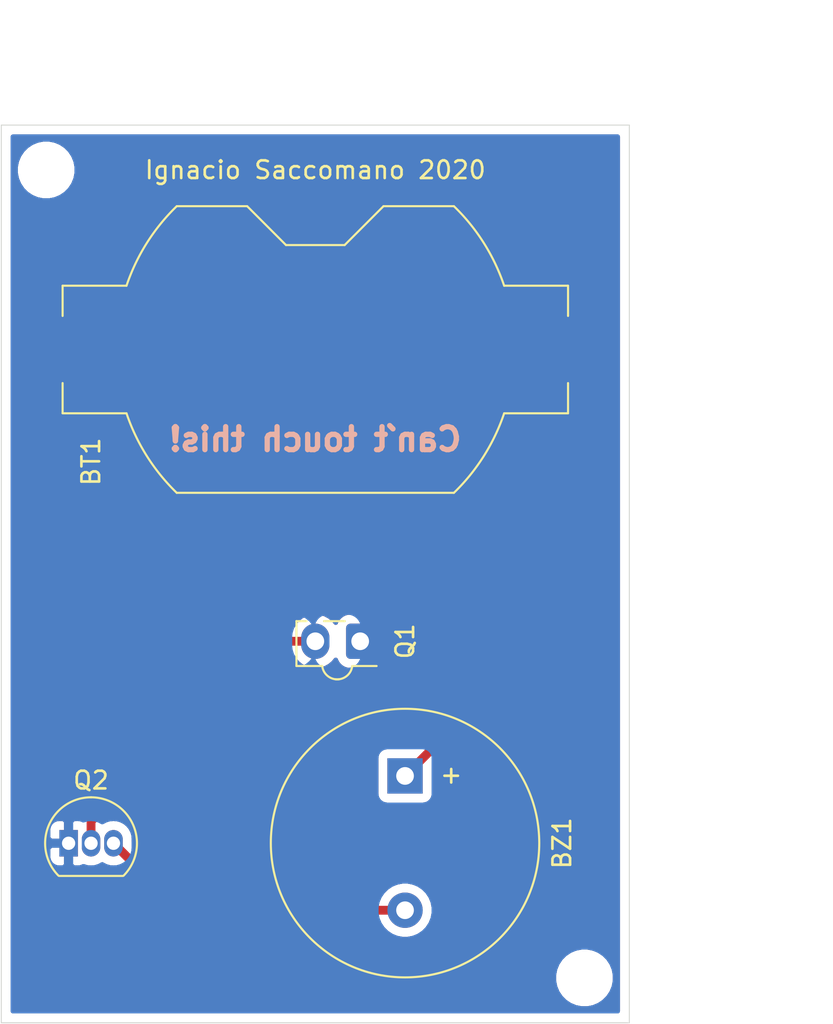
<source format=kicad_pcb>
(kicad_pcb (version 20171130) (host pcbnew "(5.1.7)-1")

  (general
    (thickness 1.6)
    (drawings 8)
    (tracks 15)
    (zones 0)
    (modules 6)
    (nets 5)
  )

  (page A4)
  (layers
    (0 F.Cu signal)
    (31 B.Cu signal hide)
    (32 B.Adhes user)
    (33 F.Adhes user)
    (34 B.Paste user)
    (35 F.Paste user)
    (36 B.SilkS user)
    (37 F.SilkS user)
    (38 B.Mask user)
    (39 F.Mask user)
    (40 Dwgs.User user)
    (41 Cmts.User user)
    (42 Eco1.User user)
    (43 Eco2.User user)
    (44 Edge.Cuts user)
    (45 Margin user)
    (46 B.CrtYd user)
    (47 F.CrtYd user)
    (48 B.Fab user)
    (49 F.Fab user)
  )

  (setup
    (last_trace_width 0.5)
    (trace_clearance 0.2)
    (zone_clearance 0.508)
    (zone_45_only no)
    (trace_min 0.2)
    (via_size 0.8)
    (via_drill 0.4)
    (via_min_size 0.4)
    (via_min_drill 0.3)
    (uvia_size 0.3)
    (uvia_drill 0.1)
    (uvias_allowed no)
    (uvia_min_size 0.2)
    (uvia_min_drill 0.1)
    (edge_width 0.05)
    (segment_width 0.2)
    (pcb_text_width 0.3)
    (pcb_text_size 1.5 1.5)
    (mod_edge_width 0.12)
    (mod_text_size 1 1)
    (mod_text_width 0.15)
    (pad_size 1.524 1.524)
    (pad_drill 0.762)
    (pad_to_mask_clearance 0)
    (aux_axis_origin 0 0)
    (visible_elements 7FFCFFFF)
    (pcbplotparams
      (layerselection 0x010fc_ffffffff)
      (usegerberextensions false)
      (usegerberattributes true)
      (usegerberadvancedattributes true)
      (creategerberjobfile true)
      (excludeedgelayer true)
      (linewidth 0.100000)
      (plotframeref false)
      (viasonmask false)
      (mode 1)
      (useauxorigin false)
      (hpglpennumber 1)
      (hpglpenspeed 20)
      (hpglpendiameter 15.000000)
      (psnegative false)
      (psa4output false)
      (plotreference true)
      (plotvalue true)
      (plotinvisibletext false)
      (padsonsilk false)
      (subtractmaskfromsilk false)
      (outputformat 1)
      (mirror false)
      (drillshape 1)
      (scaleselection 1)
      (outputdirectory ""))
  )

  (net 0 "")
  (net 1 "Net-(BZ1-Pad2)")
  (net 2 "Net-(Q1-Pad2)")
  (net 3 "Net-(BT1-Pad2)")
  (net 4 "Net-(BT1-Pad1)")

  (net_class Default "This is the default net class."
    (clearance 0.2)
    (trace_width 0.5)
    (via_dia 0.8)
    (via_drill 0.4)
    (uvia_dia 0.3)
    (uvia_drill 0.1)
    (add_net "Net-(BT1-Pad1)")
    (add_net "Net-(BT1-Pad2)")
    (add_net "Net-(BZ1-Pad2)")
    (add_net "Net-(Q1-Pad2)")
  )

  (net_class gnd ""
    (clearance 0.2)
    (trace_width 0.5)
    (via_dia 0.8)
    (via_drill 0.4)
    (uvia_dia 0.3)
    (uvia_drill 0.1)
  )

  (net_class pwr ""
    (clearance 0.2)
    (trace_width 0.5)
    (via_dia 0.8)
    (via_drill 0.4)
    (uvia_dia 0.3)
    (uvia_drill 0.1)
  )

  (module Package_TO_SOT_THT:TO-92_Inline (layer F.Cu) (tedit 5A1DD157) (tstamp 5FC495FD)
    (at 114.3 100.33)
    (descr "TO-92 leads in-line, narrow, oval pads, drill 0.75mm (see NXP sot054_po.pdf)")
    (tags "to-92 sc-43 sc-43a sot54 PA33 transistor")
    (path /5FC58B7C)
    (fp_text reference Q2 (at 1.27 -3.56) (layer F.SilkS)
      (effects (font (size 1 1) (thickness 0.15)))
    )
    (fp_text value PN2222A (at 1.27 2.79) (layer F.Fab)
      (effects (font (size 1 1) (thickness 0.15)))
    )
    (fp_line (start 4 2.01) (end -1.46 2.01) (layer F.CrtYd) (width 0.05))
    (fp_line (start 4 2.01) (end 4 -2.73) (layer F.CrtYd) (width 0.05))
    (fp_line (start -1.46 -2.73) (end -1.46 2.01) (layer F.CrtYd) (width 0.05))
    (fp_line (start -1.46 -2.73) (end 4 -2.73) (layer F.CrtYd) (width 0.05))
    (fp_line (start -0.5 1.75) (end 3 1.75) (layer F.Fab) (width 0.1))
    (fp_line (start -0.53 1.85) (end 3.07 1.85) (layer F.SilkS) (width 0.12))
    (fp_text user %R (at 1.27 0) (layer F.Fab)
      (effects (font (size 1 1) (thickness 0.15)))
    )
    (fp_arc (start 1.27 0) (end 1.27 -2.48) (angle 135) (layer F.Fab) (width 0.1))
    (fp_arc (start 1.27 0) (end 1.27 -2.6) (angle -135) (layer F.SilkS) (width 0.12))
    (fp_arc (start 1.27 0) (end 1.27 -2.48) (angle -135) (layer F.Fab) (width 0.1))
    (fp_arc (start 1.27 0) (end 1.27 -2.6) (angle 135) (layer F.SilkS) (width 0.12))
    (pad 2 thru_hole oval (at 1.27 0) (size 1.05 1.5) (drill 0.75) (layers *.Cu *.Mask)
      (net 2 "Net-(Q1-Pad2)"))
    (pad 3 thru_hole oval (at 2.54 0) (size 1.05 1.5) (drill 0.75) (layers *.Cu *.Mask)
      (net 1 "Net-(BZ1-Pad2)"))
    (pad 1 thru_hole rect (at 0 0) (size 1.05 1.5) (drill 0.75) (layers *.Cu *.Mask)
      (net 3 "Net-(BT1-Pad2)"))
    (model ${KISYS3DMOD}/Package_TO_SOT_THT.3dshapes/TO-92_Inline.wrl
      (at (xyz 0 0 0))
      (scale (xyz 1 1 1))
      (rotate (xyz 0 0 0))
    )
  )

  (module MountingHole:MountingHole_2.2mm_M2 (layer F.Cu) (tedit 56D1B4CB) (tstamp 5FC5518E)
    (at 143.51 107.95)
    (descr "Mounting Hole 2.2mm, no annular, M2")
    (tags "mounting hole 2.2mm no annular m2")
    (attr virtual)
    (fp_text reference REF** (at 0 -3.2) (layer F.SilkS) hide
      (effects (font (size 1 1) (thickness 0.15)))
    )
    (fp_text value MountingHole_2.2mm_M2 (at 0 3.2) (layer F.Fab)
      (effects (font (size 1 1) (thickness 0.15)))
    )
    (fp_circle (center 0 0) (end 2.45 0) (layer F.CrtYd) (width 0.05))
    (fp_circle (center 0 0) (end 2.2 0) (layer Cmts.User) (width 0.15))
    (fp_text user %R (at 0.3 0) (layer F.Fab)
      (effects (font (size 1 1) (thickness 0.15)))
    )
    (pad 1 np_thru_hole circle (at 0 0) (size 2.2 2.2) (drill 2.2) (layers *.Cu *.Mask))
  )

  (module MountingHole:MountingHole_2.2mm_M2 (layer F.Cu) (tedit 56D1B4CB) (tstamp 5FC54EA8)
    (at 113.03 62.23)
    (descr "Mounting Hole 2.2mm, no annular, M2")
    (tags "mounting hole 2.2mm no annular m2")
    (attr virtual)
    (fp_text reference REF** (at 0 -3.2) (layer F.SilkS) hide
      (effects (font (size 1 1) (thickness 0.15)))
    )
    (fp_text value MountingHole_2.2mm_M2 (at 0 3.2) (layer F.Fab)
      (effects (font (size 1 1) (thickness 0.15)))
    )
    (fp_circle (center 0 0) (end 2.2 0) (layer Cmts.User) (width 0.15))
    (fp_circle (center 0 0) (end 2.45 0) (layer F.CrtYd) (width 0.05))
    (fp_text user %R (at 0.3 0) (layer F.Fab)
      (effects (font (size 1 1) (thickness 0.15)))
    )
    (pad 1 np_thru_hole circle (at 0 0) (size 2.2 2.2) (drill 2.2) (layers *.Cu *.Mask))
  )

  (module Battery:BatteryHolder_Keystone_1058_1x2032 (layer F.Cu) (tedit 589EE147) (tstamp 5FC48C71)
    (at 128.27 72.39 180)
    (descr http://www.keyelco.com/product-pdf.cfm?p=14028)
    (tags "Keystone type 1058 coin cell retainer")
    (path /5FC4ED6D)
    (attr smd)
    (fp_text reference BT1 (at 12.7 -6.35 270) (layer F.SilkS)
      (effects (font (size 1 1) (thickness 0.15)))
    )
    (fp_text value Battery_Cell (at 0 -9.398) (layer F.Fab)
      (effects (font (size 1 1) (thickness 0.15)))
    )
    (fp_line (start 11.06 4.11) (end 16.45 4.11) (layer F.CrtYd) (width 0.05))
    (fp_line (start 16.45 4.11) (end 16.45 -4.11) (layer F.CrtYd) (width 0.05))
    (fp_line (start 16.45 -4.11) (end 11.06 -4.11) (layer F.CrtYd) (width 0.05))
    (fp_line (start -16.45 -4.11) (end -11.06 -4.11) (layer F.CrtYd) (width 0.05))
    (fp_line (start -16.45 -4.11) (end -16.45 4.11) (layer F.CrtYd) (width 0.05))
    (fp_line (start -16.45 4.11) (end -11.06 4.11) (layer F.CrtYd) (width 0.05))
    (fp_line (start -14.31 1.9) (end -14.31 3.61) (layer F.SilkS) (width 0.12))
    (fp_line (start -10.692 3.61) (end -14.31 3.61) (layer F.SilkS) (width 0.12))
    (fp_line (start -3.86 8.11) (end -7.8473 8.11) (layer F.SilkS) (width 0.12))
    (fp_line (start -1.66 5.91) (end -3.86 8.11) (layer F.SilkS) (width 0.12))
    (fp_line (start 1.66 5.91) (end -1.66 5.91) (layer F.SilkS) (width 0.12))
    (fp_line (start 1.66 5.91) (end 3.86 8.11) (layer F.SilkS) (width 0.12))
    (fp_line (start 7.8473 8.11) (end 3.86 8.11) (layer F.SilkS) (width 0.12))
    (fp_line (start 14.31 1.9) (end 14.31 3.61) (layer F.SilkS) (width 0.12))
    (fp_line (start 14.31 3.61) (end 10.692 3.61) (layer F.SilkS) (width 0.12))
    (fp_line (start 10.692 -3.61) (end 14.31 -3.61) (layer F.SilkS) (width 0.12))
    (fp_line (start 14.31 -1.9) (end 14.31 -3.61) (layer F.SilkS) (width 0.12))
    (fp_line (start -7.8473 -8.11) (end 7.8473 -8.11) (layer F.SilkS) (width 0.12))
    (fp_line (start -14.31 -1.9) (end -14.31 -3.61) (layer F.SilkS) (width 0.12))
    (fp_line (start -14.31 -3.61) (end -10.692 -3.61) (layer F.SilkS) (width 0.12))
    (fp_line (start 14.2 1.9) (end 14.2 3.5) (layer F.Fab) (width 0.1))
    (fp_line (start 14.2 3.5) (end 10.61275 3.5) (layer F.Fab) (width 0.1))
    (fp_line (start 10.61275 -3.5) (end 14.2 -3.5) (layer F.Fab) (width 0.1))
    (fp_line (start 14.2 -3.5) (end 14.2 -1.9) (layer F.Fab) (width 0.1))
    (fp_line (start -14.2 1.9) (end -14.2 3.5) (layer F.Fab) (width 0.1))
    (fp_line (start -14.2 3.5) (end -10.61275 3.5) (layer F.Fab) (width 0.1))
    (fp_line (start 3.9 8) (end 7.8026 8) (layer F.Fab) (width 0.1))
    (fp_line (start 1.7 5.8) (end 3.9 8) (layer F.Fab) (width 0.1))
    (fp_line (start -1.7 5.8) (end -3.9 8) (layer F.Fab) (width 0.1))
    (fp_line (start -1.7 5.8) (end 1.7 5.8) (layer F.Fab) (width 0.1))
    (fp_line (start -14.2 -3.5) (end -10.61275 -3.5) (layer F.Fab) (width 0.1))
    (fp_line (start -14.2 -3.5) (end -14.2 -1.9) (layer F.Fab) (width 0.1))
    (fp_line (start -3.9 8) (end -7.8026 8) (layer F.Fab) (width 0.1))
    (fp_line (start -7.8026 -8) (end 7.8026 -8) (layer F.Fab) (width 0.1))
    (fp_circle (center 0 0) (end 10 0) (layer Dwgs.User) (width 0.15))
    (fp_arc (start 0 0) (end -10.61275 -3.5) (angle 27.4635) (layer F.Fab) (width 0.1))
    (fp_arc (start 0 0) (end 10.61275 3.5) (angle 27.4635) (layer F.Fab) (width 0.1))
    (fp_arc (start 0 0) (end 10.61275 -3.5) (angle -27.4635) (layer F.Fab) (width 0.1))
    (fp_arc (start 0 0) (end -10.61275 3.5) (angle -27.4635) (layer F.Fab) (width 0.1))
    (fp_arc (start 0 0) (end -10.692 -3.61) (angle 27.3) (layer F.SilkS) (width 0.12))
    (fp_arc (start 0 0) (end 10.692 3.61) (angle 27.3) (layer F.SilkS) (width 0.12))
    (fp_arc (start 0 0) (end 10.692 -3.61) (angle -27.3) (layer F.SilkS) (width 0.12))
    (fp_arc (start 0 0) (end -10.692 3.61) (angle -27.3) (layer F.SilkS) (width 0.12))
    (fp_arc (start 0 0) (end -11.06 -4.11) (angle 139.2) (layer F.CrtYd) (width 0.05))
    (fp_arc (start 0 0) (end 11.06 4.11) (angle 139.2) (layer F.CrtYd) (width 0.05))
    (fp_text user %R (at 0 0) (layer F.Fab)
      (effects (font (size 1 1) (thickness 0.15)))
    )
    (pad 2 smd rect (at 14.68 0 180) (size 2.54 3.51) (layers F.Cu F.Paste F.Mask)
      (net 3 "Net-(BT1-Pad2)"))
    (pad 1 smd rect (at -14.68 0 180) (size 2.54 3.51) (layers F.Cu F.Paste F.Mask)
      (net 4 "Net-(BT1-Pad1)"))
    (model ${KISYS3DMOD}/Battery.3dshapes/BatteryHolder_Keystone_1058_1x2032.wrl
      (at (xyz 0 0 0))
      (scale (xyz 1 1 1))
      (rotate (xyz 0 0 0))
    )
  )

  (module Buzzer_Beeper:Buzzer_15x7.5RM7.6 (layer F.Cu) (tedit 5A030281) (tstamp 5FC48C7E)
    (at 133.35 96.52 270)
    (descr "Generic Buzzer, D15mm height 7.5mm with RM7.6mm")
    (tags buzzer)
    (path /5FBBF919)
    (fp_text reference BZ1 (at 3.81 -8.89 90) (layer F.SilkS)
      (effects (font (size 1 1) (thickness 0.15)))
    )
    (fp_text value Buzzer (at 3.81 8.89 90) (layer F.Fab)
      (effects (font (size 1 1) (thickness 0.15)))
    )
    (fp_circle (center 3.8 0) (end 11.4 0) (layer F.SilkS) (width 0.12))
    (fp_circle (center 3.8 0) (end 4.8 0) (layer F.Fab) (width 0.1))
    (fp_circle (center 3.8 0) (end 11.3 0) (layer F.Fab) (width 0.1))
    (fp_circle (center 3.8 0) (end 11.55 0) (layer F.CrtYd) (width 0.05))
    (fp_text user + (at -0.01 -2.54 90) (layer F.Fab)
      (effects (font (size 1 1) (thickness 0.15)))
    )
    (fp_text user + (at -0.01 -2.54 90) (layer F.SilkS)
      (effects (font (size 1 1) (thickness 0.15)))
    )
    (fp_text user %R (at 3.8 -4 90) (layer F.Fab)
      (effects (font (size 1 1) (thickness 0.15)))
    )
    (pad 1 thru_hole rect (at 0 0 270) (size 2 2) (drill 1) (layers *.Cu *.Mask)
      (net 4 "Net-(BT1-Pad1)"))
    (pad 2 thru_hole circle (at 7.6 0 270) (size 2 2) (drill 1) (layers *.Cu *.Mask)
      (net 1 "Net-(BZ1-Pad2)"))
    (model ${KISYS3DMOD}/Buzzer_Beeper.3dshapes/Buzzer_15x7.5RM7.6.wrl
      (at (xyz 0 0 0))
      (scale (xyz 1 1 1))
      (rotate (xyz 0 0 0))
    )
  )

  (module OptoDevice:Osram_LPT80A (layer F.Cu) (tedit 5B887F49) (tstamp 5FCAB2A9)
    (at 130.81 88.9 270)
    (descr "PhotoTransistor, sidelooker package, RM2.54")
    (tags "PhotoTransistor sidelooker package RM2.54")
    (path /5FB97C5C)
    (fp_text reference Q1 (at 0 -2.54 90) (layer F.SilkS)
      (effects (font (size 1 1) (thickness 0.15)))
    )
    (fp_text value LPT80A (at 0 5.08 90) (layer F.Fab)
      (effects (font (size 1 1) (thickness 0.15)))
    )
    (fp_line (start -0.45 -0.93) (end -1.03 -0.35) (layer F.Fab) (width 0.1))
    (fp_line (start -1.14 3.61) (end -1.14 3.04) (layer F.SilkS) (width 0.12))
    (fp_line (start 1.4 3.61) (end -1.14 3.61) (layer F.SilkS) (width 0.12))
    (fp_line (start 2.25 0.91) (end 1.72 0.38) (layer F.CrtYd) (width 0.05))
    (fp_line (start 1.53 0.38) (end 1.72 0.38) (layer F.CrtYd) (width 0.05))
    (fp_line (start 1.72 2.22) (end 2.25 1.69) (layer F.CrtYd) (width 0.05))
    (fp_line (start 2.25 1.69) (end 2.25 0.91) (layer F.CrtYd) (width 0.05))
    (fp_line (start 1.53 2.22) (end 1.72 2.22) (layer F.CrtYd) (width 0.05))
    (fp_line (start -1.03 3.47) (end -1.03 -0.35) (layer F.Fab) (width 0.1))
    (fp_line (start 1.28 3.47) (end -1.03 3.47) (layer F.Fab) (width 0.1))
    (fp_line (start 1.28 -0.93) (end 1.28 0.6) (layer F.Fab) (width 0.1))
    (fp_line (start -0.45 -0.93) (end 1.28 -0.93) (layer F.Fab) (width 0.1))
    (fp_line (start -1.14 2.05) (end -1.14 0.87) (layer F.SilkS) (width 0.12))
    (fp_line (start 1.4 2.15) (end 1.4 3.61) (layer F.SilkS) (width 0.12))
    (fp_line (start -1.38 3.92) (end -1.38 -1.38) (layer F.CrtYd) (width 0.05))
    (fp_line (start 1.53 3.92) (end -1.38 3.92) (layer F.CrtYd) (width 0.05))
    (fp_line (start 1.53 -1.38) (end 1.53 0.38) (layer F.CrtYd) (width 0.05))
    (fp_line (start -1.38 -1.38) (end 1.53 -1.38) (layer F.CrtYd) (width 0.05))
    (fp_line (start 1.28 3.47) (end 1.28 2) (layer F.Fab) (width 0.1))
    (fp_line (start 1.4 -0.93) (end 1.4 0.45) (layer F.SilkS) (width 0.12))
    (fp_line (start 1.53 2.22) (end 1.53 3.92) (layer F.CrtYd) (width 0.05))
    (fp_text user %R (at 0.2 1.3) (layer F.Fab)
      (effects (font (size 1 1) (thickness 0.15)))
    )
    (fp_arc (start 1.3 1.3) (end 2.15 1.2) (angle 90) (layer F.SilkS) (width 0.12))
    (fp_arc (start 1.3 1.3) (end 1.4 0.45) (angle 90) (layer F.SilkS) (width 0.12))
    (fp_arc (start 1.3 1.3) (end 2 1.3) (angle 90) (layer F.Fab) (width 0.1))
    (fp_arc (start 1.3 1.3) (end 1.3 0.6) (angle 90) (layer F.Fab) (width 0.1))
    (pad 2 thru_hole oval (at 0 2.54 270) (size 2 1.6) (drill 1) (layers *.Cu *.Mask)
      (net 2 "Net-(Q1-Pad2)"))
    (pad 1 thru_hole roundrect (at 0 0 270) (size 2 1.6) (drill 1) (layers *.Cu *.Mask) (roundrect_rratio 0.156)
      (net 4 "Net-(BT1-Pad1)"))
    (model ${KISYS3DMOD}/OptoDevice.3dshapes/Osram_LPT80A.wrl
      (at (xyz 0 0 0))
      (scale (xyz 1 1 1))
      (rotate (xyz 0 0 0))
    )
  )

  (dimension 50.8 (width 0.15) (layer Dwgs.User)
    (gr_text "2,0000 in" (at 156.24 85.09 270) (layer Dwgs.User)
      (effects (font (size 1 1) (thickness 0.15)))
    )
    (feature1 (pts (xy 146.05 110.49) (xy 155.526421 110.49)))
    (feature2 (pts (xy 146.05 59.69) (xy 155.526421 59.69)))
    (crossbar (pts (xy 154.94 59.69) (xy 154.94 110.49)))
    (arrow1a (pts (xy 154.94 110.49) (xy 154.353579 109.363496)))
    (arrow1b (pts (xy 154.94 110.49) (xy 155.526421 109.363496)))
    (arrow2a (pts (xy 154.94 59.69) (xy 154.353579 60.816504)))
    (arrow2b (pts (xy 154.94 59.69) (xy 155.526421 60.816504)))
  )
  (dimension 35.56 (width 0.15) (layer Dwgs.User)
    (gr_text "1,4000 in" (at 128.27 53.31) (layer Dwgs.User)
      (effects (font (size 1 1) (thickness 0.15)))
    )
    (feature1 (pts (xy 146.05 59.69) (xy 146.05 54.023579)))
    (feature2 (pts (xy 110.49 59.69) (xy 110.49 54.023579)))
    (crossbar (pts (xy 110.49 54.61) (xy 146.05 54.61)))
    (arrow1a (pts (xy 146.05 54.61) (xy 144.923496 55.196421)))
    (arrow1b (pts (xy 146.05 54.61) (xy 144.923496 54.023579)))
    (arrow2a (pts (xy 110.49 54.61) (xy 111.616504 55.196421)))
    (arrow2b (pts (xy 110.49 54.61) (xy 111.616504 54.023579)))
  )
  (gr_text "Ignacio Saccomano 2020" (at 128.27 62.23) (layer F.SilkS)
    (effects (font (size 1 1) (thickness 0.15)))
  )
  (gr_text "Can´t touch this!" (at 128.27 77.47) (layer B.SilkS)
    (effects (font (size 1.3 1.3) (thickness 0.3)) (justify mirror))
  )
  (gr_line (start 110.49 59.69) (end 146.05 59.69) (layer Edge.Cuts) (width 0.05) (tstamp 5FC4939E))
  (gr_line (start 110.49 110.49) (end 110.49 59.69) (layer Edge.Cuts) (width 0.05))
  (gr_line (start 146.05 110.49) (end 110.49 110.49) (layer Edge.Cuts) (width 0.05))
  (gr_line (start 146.05 59.69) (end 146.05 110.49) (layer Edge.Cuts) (width 0.05))

  (segment (start 142.95 73.66) (end 142.95 75.49) (width 0.25) (layer F.Cu) (net 4))
  (segment (start 142.95 72.39) (end 142.95 75.49) (width 0.5) (layer F.Cu) (net 4))
  (segment (start 113.59 72.39) (end 113.149999 72.830001) (width 0.5) (layer F.Cu) (net 3))
  (segment (start 120.63 104.12) (end 116.84 100.33) (width 0.5) (layer F.Cu) (net 1))
  (segment (start 133.35 104.12) (end 120.63 104.12) (width 0.5) (layer F.Cu) (net 1))
  (segment (start 125.75 88.9) (end 128.27 88.9) (width 0.5) (layer F.Cu) (net 2))
  (segment (start 115.57 99.08) (end 125.75 88.9) (width 0.5) (layer F.Cu) (net 2))
  (segment (start 115.57 100.33) (end 115.57 99.08) (width 0.5) (layer F.Cu) (net 2))
  (segment (start 114.3 73.1) (end 113.59 72.39) (width 0.5) (layer F.Cu) (net 3))
  (segment (start 114.3 100.33) (end 114.3 73.1) (width 0.5) (layer F.Cu) (net 3))
  (segment (start 130.81 88.9) (end 137.16 88.9) (width 0.5) (layer F.Cu) (net 4))
  (segment (start 142.95 83.11) (end 142.95 72.39) (width 0.5) (layer F.Cu) (net 4))
  (segment (start 137.16 88.9) (end 142.95 83.11) (width 0.5) (layer F.Cu) (net 4))
  (segment (start 142.95 86.92) (end 133.35 96.52) (width 0.5) (layer F.Cu) (net 4))
  (segment (start 142.95 72.39) (end 142.95 86.92) (width 0.5) (layer F.Cu) (net 4))

  (zone (net 3) (net_name "Net-(BT1-Pad2)") (layer B.Cu) (tstamp 5FCAB355) (hatch edge 0.508)
    (connect_pads (clearance 0.508))
    (min_thickness 0.254)
    (fill yes (arc_segments 32) (thermal_gap 0.508) (thermal_bridge_width 0.508))
    (polygon
      (pts
        (xy 110.49 110.49) (xy 110.49 59.69) (xy 146.05 59.69) (xy 146.05 110.49)
      )
    )
    (filled_polygon
      (pts
        (xy 145.390001 109.83) (xy 111.15 109.83) (xy 111.15 107.779117) (xy 141.775 107.779117) (xy 141.775 108.120883)
        (xy 141.841675 108.456081) (xy 141.972463 108.771831) (xy 142.162337 109.055998) (xy 142.404002 109.297663) (xy 142.688169 109.487537)
        (xy 143.003919 109.618325) (xy 143.339117 109.685) (xy 143.680883 109.685) (xy 144.016081 109.618325) (xy 144.331831 109.487537)
        (xy 144.615998 109.297663) (xy 144.857663 109.055998) (xy 145.047537 108.771831) (xy 145.178325 108.456081) (xy 145.245 108.120883)
        (xy 145.245 107.779117) (xy 145.178325 107.443919) (xy 145.047537 107.128169) (xy 144.857663 106.844002) (xy 144.615998 106.602337)
        (xy 144.331831 106.412463) (xy 144.016081 106.281675) (xy 143.680883 106.215) (xy 143.339117 106.215) (xy 143.003919 106.281675)
        (xy 142.688169 106.412463) (xy 142.404002 106.602337) (xy 142.162337 106.844002) (xy 141.972463 107.128169) (xy 141.841675 107.443919)
        (xy 141.775 107.779117) (xy 111.15 107.779117) (xy 111.15 103.958967) (xy 131.715 103.958967) (xy 131.715 104.281033)
        (xy 131.777832 104.596912) (xy 131.901082 104.894463) (xy 132.080013 105.162252) (xy 132.307748 105.389987) (xy 132.575537 105.568918)
        (xy 132.873088 105.692168) (xy 133.188967 105.755) (xy 133.511033 105.755) (xy 133.826912 105.692168) (xy 134.124463 105.568918)
        (xy 134.392252 105.389987) (xy 134.619987 105.162252) (xy 134.798918 104.894463) (xy 134.922168 104.596912) (xy 134.985 104.281033)
        (xy 134.985 103.958967) (xy 134.922168 103.643088) (xy 134.798918 103.345537) (xy 134.619987 103.077748) (xy 134.392252 102.850013)
        (xy 134.124463 102.671082) (xy 133.826912 102.547832) (xy 133.511033 102.485) (xy 133.188967 102.485) (xy 132.873088 102.547832)
        (xy 132.575537 102.671082) (xy 132.307748 102.850013) (xy 132.080013 103.077748) (xy 131.901082 103.345537) (xy 131.777832 103.643088)
        (xy 131.715 103.958967) (xy 111.15 103.958967) (xy 111.15 101.08) (xy 113.136928 101.08) (xy 113.149188 101.204482)
        (xy 113.185498 101.32418) (xy 113.244463 101.434494) (xy 113.323815 101.531185) (xy 113.420506 101.610537) (xy 113.53082 101.669502)
        (xy 113.650518 101.705812) (xy 113.775 101.718072) (xy 114.01425 101.715) (xy 114.173 101.55625) (xy 114.173 100.457)
        (xy 113.29875 100.457) (xy 113.14 100.61575) (xy 113.136928 101.08) (xy 111.15 101.08) (xy 111.15 99.58)
        (xy 113.136928 99.58) (xy 113.14 100.04425) (xy 113.29875 100.203) (xy 114.173 100.203) (xy 114.173 100.048022)
        (xy 114.41 100.048022) (xy 114.41 100.611979) (xy 114.426785 100.7824) (xy 114.427 100.783109) (xy 114.427 101.55625)
        (xy 114.58575 101.715) (xy 114.825 101.718072) (xy 114.949482 101.705812) (xy 115.06918 101.669502) (xy 115.133902 101.634907)
        (xy 115.342601 101.698215) (xy 115.57 101.720612) (xy 115.7974 101.698215) (xy 116.01606 101.631885) (xy 116.205 101.530894)
        (xy 116.393941 101.631885) (xy 116.612601 101.698215) (xy 116.84 101.720612) (xy 117.0674 101.698215) (xy 117.28606 101.631885)
        (xy 117.487579 101.524171) (xy 117.664212 101.379212) (xy 117.809171 101.202579) (xy 117.916885 101.001059) (xy 117.983215 100.782399)
        (xy 118 100.611978) (xy 118 100.048021) (xy 117.983215 99.8776) (xy 117.916885 99.65894) (xy 117.809171 99.457421)
        (xy 117.664212 99.280788) (xy 117.487578 99.135829) (xy 117.286059 99.028115) (xy 117.067399 98.961785) (xy 116.84 98.939388)
        (xy 116.6126 98.961785) (xy 116.39394 99.028115) (xy 116.205 99.129106) (xy 116.016059 99.028115) (xy 115.797399 98.961785)
        (xy 115.57 98.939388) (xy 115.3426 98.961785) (xy 115.133902 99.025093) (xy 115.06918 98.990498) (xy 114.949482 98.954188)
        (xy 114.825 98.941928) (xy 114.58575 98.945) (xy 114.427 99.10375) (xy 114.427 99.876892) (xy 114.426785 99.877601)
        (xy 114.41 100.048022) (xy 114.173 100.048022) (xy 114.173 99.10375) (xy 114.01425 98.945) (xy 113.775 98.941928)
        (xy 113.650518 98.954188) (xy 113.53082 98.990498) (xy 113.420506 99.049463) (xy 113.323815 99.128815) (xy 113.244463 99.225506)
        (xy 113.185498 99.33582) (xy 113.149188 99.455518) (xy 113.136928 99.58) (xy 111.15 99.58) (xy 111.15 95.52)
        (xy 131.711928 95.52) (xy 131.711928 97.52) (xy 131.724188 97.644482) (xy 131.760498 97.76418) (xy 131.819463 97.874494)
        (xy 131.898815 97.971185) (xy 131.995506 98.050537) (xy 132.10582 98.109502) (xy 132.225518 98.145812) (xy 132.35 98.158072)
        (xy 134.35 98.158072) (xy 134.474482 98.145812) (xy 134.59418 98.109502) (xy 134.704494 98.050537) (xy 134.801185 97.971185)
        (xy 134.880537 97.874494) (xy 134.939502 97.76418) (xy 134.975812 97.644482) (xy 134.988072 97.52) (xy 134.988072 95.52)
        (xy 134.975812 95.395518) (xy 134.939502 95.27582) (xy 134.880537 95.165506) (xy 134.801185 95.068815) (xy 134.704494 94.989463)
        (xy 134.59418 94.930498) (xy 134.474482 94.894188) (xy 134.35 94.881928) (xy 132.35 94.881928) (xy 132.225518 94.894188)
        (xy 132.10582 94.930498) (xy 131.995506 94.989463) (xy 131.898815 95.068815) (xy 131.819463 95.165506) (xy 131.760498 95.27582)
        (xy 131.724188 95.395518) (xy 131.711928 95.52) (xy 111.15 95.52) (xy 111.15 88.768514) (xy 112.965 88.768514)
        (xy 112.965 89.031486) (xy 113.016304 89.289405) (xy 113.116939 89.532359) (xy 113.263038 89.751013) (xy 113.448987 89.936962)
        (xy 113.667641 90.083061) (xy 113.910595 90.183696) (xy 114.168514 90.235) (xy 114.431486 90.235) (xy 114.689405 90.183696)
        (xy 114.932359 90.083061) (xy 115.151013 89.936962) (xy 115.336962 89.751013) (xy 115.483061 89.532359) (xy 115.57 89.32247)
        (xy 115.656939 89.532359) (xy 115.803038 89.751013) (xy 115.988987 89.936962) (xy 116.207641 90.083061) (xy 116.450595 90.183696)
        (xy 116.708514 90.235) (xy 116.971486 90.235) (xy 117.229405 90.183696) (xy 117.472359 90.083061) (xy 117.691013 89.936962)
        (xy 117.876962 89.751013) (xy 118.023061 89.532359) (xy 118.123696 89.289405) (xy 118.175 89.031486) (xy 118.175 88.768514)
        (xy 118.14735 88.629508) (xy 125.565 88.629508) (xy 125.565 89.170491) (xy 125.585764 89.381308) (xy 125.667818 89.651807)
        (xy 125.801068 89.9011) (xy 125.980392 90.119607) (xy 126.198899 90.298932) (xy 126.448192 90.432182) (xy 126.718691 90.514236)
        (xy 127 90.541943) (xy 127.281308 90.514236) (xy 127.551807 90.432182) (xy 127.8011 90.298932) (xy 128.019607 90.119608)
        (xy 128.15773 89.951305) (xy 128.169498 89.990097) (xy 128.251528 90.143564) (xy 128.361921 90.278079) (xy 128.496436 90.388472)
        (xy 128.649903 90.470502) (xy 128.816424 90.521016) (xy 128.9896 90.538072) (xy 130.0904 90.538072) (xy 130.263576 90.521016)
        (xy 130.430097 90.470502) (xy 130.583564 90.388472) (xy 130.718079 90.278079) (xy 130.828472 90.143564) (xy 130.910502 89.990097)
        (xy 130.961016 89.823576) (xy 130.978072 89.6504) (xy 130.978072 88.1496) (xy 130.961016 87.976424) (xy 130.910502 87.809903)
        (xy 130.828472 87.656436) (xy 130.718079 87.521921) (xy 130.583564 87.411528) (xy 130.430097 87.329498) (xy 130.263576 87.278984)
        (xy 130.0904 87.261928) (xy 128.9896 87.261928) (xy 128.816424 87.278984) (xy 128.649903 87.329498) (xy 128.496436 87.411528)
        (xy 128.361921 87.521921) (xy 128.251528 87.656436) (xy 128.169498 87.809903) (xy 128.157731 87.848695) (xy 128.019608 87.680392)
        (xy 127.801101 87.501068) (xy 127.551808 87.367818) (xy 127.281309 87.285764) (xy 127 87.258057) (xy 126.718692 87.285764)
        (xy 126.448193 87.367818) (xy 126.1989 87.501068) (xy 125.980393 87.680392) (xy 125.801068 87.898899) (xy 125.667818 88.148192)
        (xy 125.585764 88.418691) (xy 125.565 88.629508) (xy 118.14735 88.629508) (xy 118.123696 88.510595) (xy 118.023061 88.267641)
        (xy 117.876962 88.048987) (xy 117.691013 87.863038) (xy 117.472359 87.716939) (xy 117.229405 87.616304) (xy 116.971486 87.565)
        (xy 116.708514 87.565) (xy 116.450595 87.616304) (xy 116.207641 87.716939) (xy 115.988987 87.863038) (xy 115.803038 88.048987)
        (xy 115.656939 88.267641) (xy 115.57 88.47753) (xy 115.483061 88.267641) (xy 115.336962 88.048987) (xy 115.151013 87.863038)
        (xy 114.932359 87.716939) (xy 114.689405 87.616304) (xy 114.431486 87.565) (xy 114.168514 87.565) (xy 113.910595 87.616304)
        (xy 113.667641 87.716939) (xy 113.448987 87.863038) (xy 113.263038 88.048987) (xy 113.116939 88.267641) (xy 113.016304 88.510595)
        (xy 112.965 88.768514) (xy 111.15 88.768514) (xy 111.15 62.059117) (xy 111.295 62.059117) (xy 111.295 62.400883)
        (xy 111.361675 62.736081) (xy 111.492463 63.051831) (xy 111.682337 63.335998) (xy 111.924002 63.577663) (xy 112.208169 63.767537)
        (xy 112.523919 63.898325) (xy 112.859117 63.965) (xy 113.200883 63.965) (xy 113.536081 63.898325) (xy 113.851831 63.767537)
        (xy 114.135998 63.577663) (xy 114.377663 63.335998) (xy 114.567537 63.051831) (xy 114.698325 62.736081) (xy 114.765 62.400883)
        (xy 114.765 62.059117) (xy 114.698325 61.723919) (xy 114.567537 61.408169) (xy 114.377663 61.124002) (xy 114.135998 60.882337)
        (xy 113.851831 60.692463) (xy 113.536081 60.561675) (xy 113.200883 60.495) (xy 112.859117 60.495) (xy 112.523919 60.561675)
        (xy 112.208169 60.692463) (xy 111.924002 60.882337) (xy 111.682337 61.124002) (xy 111.492463 61.408169) (xy 111.361675 61.723919)
        (xy 111.295 62.059117) (xy 111.15 62.059117) (xy 111.15 60.35) (xy 145.39 60.35)
      )
    )
  )
  (zone (net 3) (net_name "Net-(BT1-Pad2)") (layer B.Cu) (tstamp 5FCAB352) (hatch edge 0.508)
    (connect_pads (clearance 0.508))
    (min_thickness 0.254)
    (fill yes (arc_segments 32) (thermal_gap 0.508) (thermal_bridge_width 0.508))
    (polygon
      (pts
        (xy 146.05 110.49) (xy 110.49 110.49) (xy 110.49 59.69) (xy 146.05 59.69)
      )
    )
    (filled_polygon
      (pts
        (xy 145.390001 109.83) (xy 111.15 109.83) (xy 111.15 107.779117) (xy 141.775 107.779117) (xy 141.775 108.120883)
        (xy 141.841675 108.456081) (xy 141.972463 108.771831) (xy 142.162337 109.055998) (xy 142.404002 109.297663) (xy 142.688169 109.487537)
        (xy 143.003919 109.618325) (xy 143.339117 109.685) (xy 143.680883 109.685) (xy 144.016081 109.618325) (xy 144.331831 109.487537)
        (xy 144.615998 109.297663) (xy 144.857663 109.055998) (xy 145.047537 108.771831) (xy 145.178325 108.456081) (xy 145.245 108.120883)
        (xy 145.245 107.779117) (xy 145.178325 107.443919) (xy 145.047537 107.128169) (xy 144.857663 106.844002) (xy 144.615998 106.602337)
        (xy 144.331831 106.412463) (xy 144.016081 106.281675) (xy 143.680883 106.215) (xy 143.339117 106.215) (xy 143.003919 106.281675)
        (xy 142.688169 106.412463) (xy 142.404002 106.602337) (xy 142.162337 106.844002) (xy 141.972463 107.128169) (xy 141.841675 107.443919)
        (xy 141.775 107.779117) (xy 111.15 107.779117) (xy 111.15 103.958967) (xy 131.715 103.958967) (xy 131.715 104.281033)
        (xy 131.777832 104.596912) (xy 131.901082 104.894463) (xy 132.080013 105.162252) (xy 132.307748 105.389987) (xy 132.575537 105.568918)
        (xy 132.873088 105.692168) (xy 133.188967 105.755) (xy 133.511033 105.755) (xy 133.826912 105.692168) (xy 134.124463 105.568918)
        (xy 134.392252 105.389987) (xy 134.619987 105.162252) (xy 134.798918 104.894463) (xy 134.922168 104.596912) (xy 134.985 104.281033)
        (xy 134.985 103.958967) (xy 134.922168 103.643088) (xy 134.798918 103.345537) (xy 134.619987 103.077748) (xy 134.392252 102.850013)
        (xy 134.124463 102.671082) (xy 133.826912 102.547832) (xy 133.511033 102.485) (xy 133.188967 102.485) (xy 132.873088 102.547832)
        (xy 132.575537 102.671082) (xy 132.307748 102.850013) (xy 132.080013 103.077748) (xy 131.901082 103.345537) (xy 131.777832 103.643088)
        (xy 131.715 103.958967) (xy 111.15 103.958967) (xy 111.15 101.08) (xy 113.136928 101.08) (xy 113.149188 101.204482)
        (xy 113.185498 101.32418) (xy 113.244463 101.434494) (xy 113.323815 101.531185) (xy 113.420506 101.610537) (xy 113.53082 101.669502)
        (xy 113.650518 101.705812) (xy 113.775 101.718072) (xy 114.01425 101.715) (xy 114.173 101.55625) (xy 114.173 100.457)
        (xy 113.29875 100.457) (xy 113.14 100.61575) (xy 113.136928 101.08) (xy 111.15 101.08) (xy 111.15 99.58)
        (xy 113.136928 99.58) (xy 113.14 100.04425) (xy 113.29875 100.203) (xy 114.173 100.203) (xy 114.173 100.048022)
        (xy 114.41 100.048022) (xy 114.41 100.611979) (xy 114.426785 100.7824) (xy 114.427 100.783109) (xy 114.427 101.55625)
        (xy 114.58575 101.715) (xy 114.825 101.718072) (xy 114.949482 101.705812) (xy 115.06918 101.669502) (xy 115.133902 101.634907)
        (xy 115.342601 101.698215) (xy 115.57 101.720612) (xy 115.7974 101.698215) (xy 116.01606 101.631885) (xy 116.205 101.530894)
        (xy 116.393941 101.631885) (xy 116.612601 101.698215) (xy 116.84 101.720612) (xy 117.0674 101.698215) (xy 117.28606 101.631885)
        (xy 117.487579 101.524171) (xy 117.664212 101.379212) (xy 117.809171 101.202579) (xy 117.916885 101.001059) (xy 117.983215 100.782399)
        (xy 118 100.611978) (xy 118 100.048021) (xy 117.983215 99.8776) (xy 117.916885 99.65894) (xy 117.809171 99.457421)
        (xy 117.664212 99.280788) (xy 117.487578 99.135829) (xy 117.286059 99.028115) (xy 117.067399 98.961785) (xy 116.84 98.939388)
        (xy 116.6126 98.961785) (xy 116.39394 99.028115) (xy 116.205 99.129106) (xy 116.016059 99.028115) (xy 115.797399 98.961785)
        (xy 115.57 98.939388) (xy 115.3426 98.961785) (xy 115.133902 99.025093) (xy 115.06918 98.990498) (xy 114.949482 98.954188)
        (xy 114.825 98.941928) (xy 114.58575 98.945) (xy 114.427 99.10375) (xy 114.427 99.876892) (xy 114.426785 99.877601)
        (xy 114.41 100.048022) (xy 114.173 100.048022) (xy 114.173 99.10375) (xy 114.01425 98.945) (xy 113.775 98.941928)
        (xy 113.650518 98.954188) (xy 113.53082 98.990498) (xy 113.420506 99.049463) (xy 113.323815 99.128815) (xy 113.244463 99.225506)
        (xy 113.185498 99.33582) (xy 113.149188 99.455518) (xy 113.136928 99.58) (xy 111.15 99.58) (xy 111.15 95.52)
        (xy 131.711928 95.52) (xy 131.711928 97.52) (xy 131.724188 97.644482) (xy 131.760498 97.76418) (xy 131.819463 97.874494)
        (xy 131.898815 97.971185) (xy 131.995506 98.050537) (xy 132.10582 98.109502) (xy 132.225518 98.145812) (xy 132.35 98.158072)
        (xy 134.35 98.158072) (xy 134.474482 98.145812) (xy 134.59418 98.109502) (xy 134.704494 98.050537) (xy 134.801185 97.971185)
        (xy 134.880537 97.874494) (xy 134.939502 97.76418) (xy 134.975812 97.644482) (xy 134.988072 97.52) (xy 134.988072 95.52)
        (xy 134.975812 95.395518) (xy 134.939502 95.27582) (xy 134.880537 95.165506) (xy 134.801185 95.068815) (xy 134.704494 94.989463)
        (xy 134.59418 94.930498) (xy 134.474482 94.894188) (xy 134.35 94.881928) (xy 132.35 94.881928) (xy 132.225518 94.894188)
        (xy 132.10582 94.930498) (xy 131.995506 94.989463) (xy 131.898815 95.068815) (xy 131.819463 95.165506) (xy 131.760498 95.27582)
        (xy 131.724188 95.395518) (xy 131.711928 95.52) (xy 111.15 95.52) (xy 111.15 88.768514) (xy 112.965 88.768514)
        (xy 112.965 89.031486) (xy 113.016304 89.289405) (xy 113.116939 89.532359) (xy 113.263038 89.751013) (xy 113.448987 89.936962)
        (xy 113.667641 90.083061) (xy 113.910595 90.183696) (xy 114.168514 90.235) (xy 114.431486 90.235) (xy 114.689405 90.183696)
        (xy 114.932359 90.083061) (xy 115.151013 89.936962) (xy 115.336962 89.751013) (xy 115.483061 89.532359) (xy 115.57 89.32247)
        (xy 115.656939 89.532359) (xy 115.803038 89.751013) (xy 115.988987 89.936962) (xy 116.207641 90.083061) (xy 116.450595 90.183696)
        (xy 116.708514 90.235) (xy 116.971486 90.235) (xy 117.229405 90.183696) (xy 117.472359 90.083061) (xy 117.691013 89.936962)
        (xy 117.876962 89.751013) (xy 118.023061 89.532359) (xy 118.123696 89.289405) (xy 118.175 89.031486) (xy 118.175 88.768514)
        (xy 118.14735 88.629508) (xy 125.565 88.629508) (xy 125.565 89.170491) (xy 125.585764 89.381308) (xy 125.667818 89.651807)
        (xy 125.801068 89.9011) (xy 125.980392 90.119607) (xy 126.198899 90.298932) (xy 126.448192 90.432182) (xy 126.718691 90.514236)
        (xy 127 90.541943) (xy 127.281308 90.514236) (xy 127.551807 90.432182) (xy 127.8011 90.298932) (xy 128.019607 90.119608)
        (xy 128.15773 89.951305) (xy 128.169498 89.990097) (xy 128.251528 90.143564) (xy 128.361921 90.278079) (xy 128.496436 90.388472)
        (xy 128.649903 90.470502) (xy 128.816424 90.521016) (xy 128.9896 90.538072) (xy 130.0904 90.538072) (xy 130.263576 90.521016)
        (xy 130.430097 90.470502) (xy 130.583564 90.388472) (xy 130.718079 90.278079) (xy 130.828472 90.143564) (xy 130.910502 89.990097)
        (xy 130.961016 89.823576) (xy 130.978072 89.6504) (xy 130.978072 88.1496) (xy 130.961016 87.976424) (xy 130.910502 87.809903)
        (xy 130.828472 87.656436) (xy 130.718079 87.521921) (xy 130.583564 87.411528) (xy 130.430097 87.329498) (xy 130.263576 87.278984)
        (xy 130.0904 87.261928) (xy 128.9896 87.261928) (xy 128.816424 87.278984) (xy 128.649903 87.329498) (xy 128.496436 87.411528)
        (xy 128.361921 87.521921) (xy 128.251528 87.656436) (xy 128.169498 87.809903) (xy 128.157731 87.848695) (xy 128.019608 87.680392)
        (xy 127.801101 87.501068) (xy 127.551808 87.367818) (xy 127.281309 87.285764) (xy 127 87.258057) (xy 126.718692 87.285764)
        (xy 126.448193 87.367818) (xy 126.1989 87.501068) (xy 125.980393 87.680392) (xy 125.801068 87.898899) (xy 125.667818 88.148192)
        (xy 125.585764 88.418691) (xy 125.565 88.629508) (xy 118.14735 88.629508) (xy 118.123696 88.510595) (xy 118.023061 88.267641)
        (xy 117.876962 88.048987) (xy 117.691013 87.863038) (xy 117.472359 87.716939) (xy 117.229405 87.616304) (xy 116.971486 87.565)
        (xy 116.708514 87.565) (xy 116.450595 87.616304) (xy 116.207641 87.716939) (xy 115.988987 87.863038) (xy 115.803038 88.048987)
        (xy 115.656939 88.267641) (xy 115.57 88.47753) (xy 115.483061 88.267641) (xy 115.336962 88.048987) (xy 115.151013 87.863038)
        (xy 114.932359 87.716939) (xy 114.689405 87.616304) (xy 114.431486 87.565) (xy 114.168514 87.565) (xy 113.910595 87.616304)
        (xy 113.667641 87.716939) (xy 113.448987 87.863038) (xy 113.263038 88.048987) (xy 113.116939 88.267641) (xy 113.016304 88.510595)
        (xy 112.965 88.768514) (xy 111.15 88.768514) (xy 111.15 62.059117) (xy 111.295 62.059117) (xy 111.295 62.400883)
        (xy 111.361675 62.736081) (xy 111.492463 63.051831) (xy 111.682337 63.335998) (xy 111.924002 63.577663) (xy 112.208169 63.767537)
        (xy 112.523919 63.898325) (xy 112.859117 63.965) (xy 113.200883 63.965) (xy 113.536081 63.898325) (xy 113.851831 63.767537)
        (xy 114.135998 63.577663) (xy 114.377663 63.335998) (xy 114.567537 63.051831) (xy 114.698325 62.736081) (xy 114.765 62.400883)
        (xy 114.765 62.059117) (xy 114.698325 61.723919) (xy 114.567537 61.408169) (xy 114.377663 61.124002) (xy 114.135998 60.882337)
        (xy 113.851831 60.692463) (xy 113.536081 60.561675) (xy 113.200883 60.495) (xy 112.859117 60.495) (xy 112.523919 60.561675)
        (xy 112.208169 60.692463) (xy 111.924002 60.882337) (xy 111.682337 61.124002) (xy 111.492463 61.408169) (xy 111.361675 61.723919)
        (xy 111.295 62.059117) (xy 111.15 62.059117) (xy 111.15 60.35) (xy 145.39 60.35)
      )
    )
  )
  (zone (net 3) (net_name "Net-(BT1-Pad2)") (layer B.Cu) (tstamp 5FCAB34F) (hatch edge 0.508)
    (connect_pads (clearance 0.508))
    (min_thickness 0.254)
    (fill yes (arc_segments 32) (thermal_gap 0.508) (thermal_bridge_width 0.508))
    (polygon
      (pts
        (xy 146.05 110.49) (xy 110.49 110.49) (xy 110.49 59.69) (xy 146.05 59.69)
      )
    )
    (filled_polygon
      (pts
        (xy 145.390001 109.83) (xy 111.15 109.83) (xy 111.15 107.779117) (xy 141.775 107.779117) (xy 141.775 108.120883)
        (xy 141.841675 108.456081) (xy 141.972463 108.771831) (xy 142.162337 109.055998) (xy 142.404002 109.297663) (xy 142.688169 109.487537)
        (xy 143.003919 109.618325) (xy 143.339117 109.685) (xy 143.680883 109.685) (xy 144.016081 109.618325) (xy 144.331831 109.487537)
        (xy 144.615998 109.297663) (xy 144.857663 109.055998) (xy 145.047537 108.771831) (xy 145.178325 108.456081) (xy 145.245 108.120883)
        (xy 145.245 107.779117) (xy 145.178325 107.443919) (xy 145.047537 107.128169) (xy 144.857663 106.844002) (xy 144.615998 106.602337)
        (xy 144.331831 106.412463) (xy 144.016081 106.281675) (xy 143.680883 106.215) (xy 143.339117 106.215) (xy 143.003919 106.281675)
        (xy 142.688169 106.412463) (xy 142.404002 106.602337) (xy 142.162337 106.844002) (xy 141.972463 107.128169) (xy 141.841675 107.443919)
        (xy 141.775 107.779117) (xy 111.15 107.779117) (xy 111.15 103.958967) (xy 131.715 103.958967) (xy 131.715 104.281033)
        (xy 131.777832 104.596912) (xy 131.901082 104.894463) (xy 132.080013 105.162252) (xy 132.307748 105.389987) (xy 132.575537 105.568918)
        (xy 132.873088 105.692168) (xy 133.188967 105.755) (xy 133.511033 105.755) (xy 133.826912 105.692168) (xy 134.124463 105.568918)
        (xy 134.392252 105.389987) (xy 134.619987 105.162252) (xy 134.798918 104.894463) (xy 134.922168 104.596912) (xy 134.985 104.281033)
        (xy 134.985 103.958967) (xy 134.922168 103.643088) (xy 134.798918 103.345537) (xy 134.619987 103.077748) (xy 134.392252 102.850013)
        (xy 134.124463 102.671082) (xy 133.826912 102.547832) (xy 133.511033 102.485) (xy 133.188967 102.485) (xy 132.873088 102.547832)
        (xy 132.575537 102.671082) (xy 132.307748 102.850013) (xy 132.080013 103.077748) (xy 131.901082 103.345537) (xy 131.777832 103.643088)
        (xy 131.715 103.958967) (xy 111.15 103.958967) (xy 111.15 101.08) (xy 113.136928 101.08) (xy 113.149188 101.204482)
        (xy 113.185498 101.32418) (xy 113.244463 101.434494) (xy 113.323815 101.531185) (xy 113.420506 101.610537) (xy 113.53082 101.669502)
        (xy 113.650518 101.705812) (xy 113.775 101.718072) (xy 114.01425 101.715) (xy 114.173 101.55625) (xy 114.173 100.457)
        (xy 113.29875 100.457) (xy 113.14 100.61575) (xy 113.136928 101.08) (xy 111.15 101.08) (xy 111.15 99.58)
        (xy 113.136928 99.58) (xy 113.14 100.04425) (xy 113.29875 100.203) (xy 114.173 100.203) (xy 114.173 100.048022)
        (xy 114.41 100.048022) (xy 114.41 100.611979) (xy 114.426785 100.7824) (xy 114.427 100.783109) (xy 114.427 101.55625)
        (xy 114.58575 101.715) (xy 114.825 101.718072) (xy 114.949482 101.705812) (xy 115.06918 101.669502) (xy 115.133902 101.634907)
        (xy 115.342601 101.698215) (xy 115.57 101.720612) (xy 115.7974 101.698215) (xy 116.01606 101.631885) (xy 116.205 101.530894)
        (xy 116.393941 101.631885) (xy 116.612601 101.698215) (xy 116.84 101.720612) (xy 117.0674 101.698215) (xy 117.28606 101.631885)
        (xy 117.487579 101.524171) (xy 117.664212 101.379212) (xy 117.809171 101.202579) (xy 117.916885 101.001059) (xy 117.983215 100.782399)
        (xy 118 100.611978) (xy 118 100.048021) (xy 117.983215 99.8776) (xy 117.916885 99.65894) (xy 117.809171 99.457421)
        (xy 117.664212 99.280788) (xy 117.487578 99.135829) (xy 117.286059 99.028115) (xy 117.067399 98.961785) (xy 116.84 98.939388)
        (xy 116.6126 98.961785) (xy 116.39394 99.028115) (xy 116.205 99.129106) (xy 116.016059 99.028115) (xy 115.797399 98.961785)
        (xy 115.57 98.939388) (xy 115.3426 98.961785) (xy 115.133902 99.025093) (xy 115.06918 98.990498) (xy 114.949482 98.954188)
        (xy 114.825 98.941928) (xy 114.58575 98.945) (xy 114.427 99.10375) (xy 114.427 99.876892) (xy 114.426785 99.877601)
        (xy 114.41 100.048022) (xy 114.173 100.048022) (xy 114.173 99.10375) (xy 114.01425 98.945) (xy 113.775 98.941928)
        (xy 113.650518 98.954188) (xy 113.53082 98.990498) (xy 113.420506 99.049463) (xy 113.323815 99.128815) (xy 113.244463 99.225506)
        (xy 113.185498 99.33582) (xy 113.149188 99.455518) (xy 113.136928 99.58) (xy 111.15 99.58) (xy 111.15 95.52)
        (xy 131.711928 95.52) (xy 131.711928 97.52) (xy 131.724188 97.644482) (xy 131.760498 97.76418) (xy 131.819463 97.874494)
        (xy 131.898815 97.971185) (xy 131.995506 98.050537) (xy 132.10582 98.109502) (xy 132.225518 98.145812) (xy 132.35 98.158072)
        (xy 134.35 98.158072) (xy 134.474482 98.145812) (xy 134.59418 98.109502) (xy 134.704494 98.050537) (xy 134.801185 97.971185)
        (xy 134.880537 97.874494) (xy 134.939502 97.76418) (xy 134.975812 97.644482) (xy 134.988072 97.52) (xy 134.988072 95.52)
        (xy 134.975812 95.395518) (xy 134.939502 95.27582) (xy 134.880537 95.165506) (xy 134.801185 95.068815) (xy 134.704494 94.989463)
        (xy 134.59418 94.930498) (xy 134.474482 94.894188) (xy 134.35 94.881928) (xy 132.35 94.881928) (xy 132.225518 94.894188)
        (xy 132.10582 94.930498) (xy 131.995506 94.989463) (xy 131.898815 95.068815) (xy 131.819463 95.165506) (xy 131.760498 95.27582)
        (xy 131.724188 95.395518) (xy 131.711928 95.52) (xy 111.15 95.52) (xy 111.15 88.768514) (xy 112.965 88.768514)
        (xy 112.965 89.031486) (xy 113.016304 89.289405) (xy 113.116939 89.532359) (xy 113.263038 89.751013) (xy 113.448987 89.936962)
        (xy 113.667641 90.083061) (xy 113.910595 90.183696) (xy 114.168514 90.235) (xy 114.431486 90.235) (xy 114.689405 90.183696)
        (xy 114.932359 90.083061) (xy 115.151013 89.936962) (xy 115.336962 89.751013) (xy 115.483061 89.532359) (xy 115.57 89.32247)
        (xy 115.656939 89.532359) (xy 115.803038 89.751013) (xy 115.988987 89.936962) (xy 116.207641 90.083061) (xy 116.450595 90.183696)
        (xy 116.708514 90.235) (xy 116.971486 90.235) (xy 117.229405 90.183696) (xy 117.472359 90.083061) (xy 117.691013 89.936962)
        (xy 117.876962 89.751013) (xy 118.023061 89.532359) (xy 118.123696 89.289405) (xy 118.175 89.031486) (xy 118.175 88.768514)
        (xy 118.14735 88.629508) (xy 125.565 88.629508) (xy 125.565 89.170491) (xy 125.585764 89.381308) (xy 125.667818 89.651807)
        (xy 125.801068 89.9011) (xy 125.980392 90.119607) (xy 126.198899 90.298932) (xy 126.448192 90.432182) (xy 126.718691 90.514236)
        (xy 127 90.541943) (xy 127.281308 90.514236) (xy 127.551807 90.432182) (xy 127.8011 90.298932) (xy 128.019607 90.119608)
        (xy 128.15773 89.951305) (xy 128.169498 89.990097) (xy 128.251528 90.143564) (xy 128.361921 90.278079) (xy 128.496436 90.388472)
        (xy 128.649903 90.470502) (xy 128.816424 90.521016) (xy 128.9896 90.538072) (xy 130.0904 90.538072) (xy 130.263576 90.521016)
        (xy 130.430097 90.470502) (xy 130.583564 90.388472) (xy 130.718079 90.278079) (xy 130.828472 90.143564) (xy 130.910502 89.990097)
        (xy 130.961016 89.823576) (xy 130.978072 89.6504) (xy 130.978072 88.1496) (xy 130.961016 87.976424) (xy 130.910502 87.809903)
        (xy 130.828472 87.656436) (xy 130.718079 87.521921) (xy 130.583564 87.411528) (xy 130.430097 87.329498) (xy 130.263576 87.278984)
        (xy 130.0904 87.261928) (xy 128.9896 87.261928) (xy 128.816424 87.278984) (xy 128.649903 87.329498) (xy 128.496436 87.411528)
        (xy 128.361921 87.521921) (xy 128.251528 87.656436) (xy 128.169498 87.809903) (xy 128.157731 87.848695) (xy 128.019608 87.680392)
        (xy 127.801101 87.501068) (xy 127.551808 87.367818) (xy 127.281309 87.285764) (xy 127 87.258057) (xy 126.718692 87.285764)
        (xy 126.448193 87.367818) (xy 126.1989 87.501068) (xy 125.980393 87.680392) (xy 125.801068 87.898899) (xy 125.667818 88.148192)
        (xy 125.585764 88.418691) (xy 125.565 88.629508) (xy 118.14735 88.629508) (xy 118.123696 88.510595) (xy 118.023061 88.267641)
        (xy 117.876962 88.048987) (xy 117.691013 87.863038) (xy 117.472359 87.716939) (xy 117.229405 87.616304) (xy 116.971486 87.565)
        (xy 116.708514 87.565) (xy 116.450595 87.616304) (xy 116.207641 87.716939) (xy 115.988987 87.863038) (xy 115.803038 88.048987)
        (xy 115.656939 88.267641) (xy 115.57 88.47753) (xy 115.483061 88.267641) (xy 115.336962 88.048987) (xy 115.151013 87.863038)
        (xy 114.932359 87.716939) (xy 114.689405 87.616304) (xy 114.431486 87.565) (xy 114.168514 87.565) (xy 113.910595 87.616304)
        (xy 113.667641 87.716939) (xy 113.448987 87.863038) (xy 113.263038 88.048987) (xy 113.116939 88.267641) (xy 113.016304 88.510595)
        (xy 112.965 88.768514) (xy 111.15 88.768514) (xy 111.15 62.059117) (xy 111.295 62.059117) (xy 111.295 62.400883)
        (xy 111.361675 62.736081) (xy 111.492463 63.051831) (xy 111.682337 63.335998) (xy 111.924002 63.577663) (xy 112.208169 63.767537)
        (xy 112.523919 63.898325) (xy 112.859117 63.965) (xy 113.200883 63.965) (xy 113.536081 63.898325) (xy 113.851831 63.767537)
        (xy 114.135998 63.577663) (xy 114.377663 63.335998) (xy 114.567537 63.051831) (xy 114.698325 62.736081) (xy 114.765 62.400883)
        (xy 114.765 62.059117) (xy 114.698325 61.723919) (xy 114.567537 61.408169) (xy 114.377663 61.124002) (xy 114.135998 60.882337)
        (xy 113.851831 60.692463) (xy 113.536081 60.561675) (xy 113.200883 60.495) (xy 112.859117 60.495) (xy 112.523919 60.561675)
        (xy 112.208169 60.692463) (xy 111.924002 60.882337) (xy 111.682337 61.124002) (xy 111.492463 61.408169) (xy 111.361675 61.723919)
        (xy 111.295 62.059117) (xy 111.15 62.059117) (xy 111.15 60.35) (xy 145.39 60.35)
      )
    )
  )
  (zone (net 3) (net_name "Net-(BT1-Pad2)") (layer F.Cu) (tstamp 0) (hatch edge 0.508)
    (connect_pads (clearance 0.508))
    (min_thickness 0.254)
    (fill yes (arc_segments 32) (thermal_gap 0.508) (thermal_bridge_width 0.508))
    (polygon
      (pts
        (xy 146.05 110.49) (xy 110.49 110.49) (xy 110.49 59.69) (xy 146.05 59.69)
      )
    )
    (filled_polygon
      (pts
        (xy 145.390001 109.83) (xy 111.15 109.83) (xy 111.15 107.779117) (xy 141.775 107.779117) (xy 141.775 108.120883)
        (xy 141.841675 108.456081) (xy 141.972463 108.771831) (xy 142.162337 109.055998) (xy 142.404002 109.297663) (xy 142.688169 109.487537)
        (xy 143.003919 109.618325) (xy 143.339117 109.685) (xy 143.680883 109.685) (xy 144.016081 109.618325) (xy 144.331831 109.487537)
        (xy 144.615998 109.297663) (xy 144.857663 109.055998) (xy 145.047537 108.771831) (xy 145.178325 108.456081) (xy 145.245 108.120883)
        (xy 145.245 107.779117) (xy 145.178325 107.443919) (xy 145.047537 107.128169) (xy 144.857663 106.844002) (xy 144.615998 106.602337)
        (xy 144.331831 106.412463) (xy 144.016081 106.281675) (xy 143.680883 106.215) (xy 143.339117 106.215) (xy 143.003919 106.281675)
        (xy 142.688169 106.412463) (xy 142.404002 106.602337) (xy 142.162337 106.844002) (xy 141.972463 107.128169) (xy 141.841675 107.443919)
        (xy 141.775 107.779117) (xy 111.15 107.779117) (xy 111.15 101.08) (xy 113.136928 101.08) (xy 113.149188 101.204482)
        (xy 113.185498 101.32418) (xy 113.244463 101.434494) (xy 113.323815 101.531185) (xy 113.420506 101.610537) (xy 113.53082 101.669502)
        (xy 113.650518 101.705812) (xy 113.775 101.718072) (xy 114.01425 101.715) (xy 114.173 101.55625) (xy 114.173 100.457)
        (xy 113.29875 100.457) (xy 113.14 100.61575) (xy 113.136928 101.08) (xy 111.15 101.08) (xy 111.15 99.58)
        (xy 113.136928 99.58) (xy 113.14 100.04425) (xy 113.29875 100.203) (xy 114.173 100.203) (xy 114.173 100.048022)
        (xy 114.41 100.048022) (xy 114.41 100.611979) (xy 114.426785 100.7824) (xy 114.427 100.783109) (xy 114.427 101.55625)
        (xy 114.58575 101.715) (xy 114.825 101.718072) (xy 114.949482 101.705812) (xy 115.06918 101.669502) (xy 115.133902 101.634907)
        (xy 115.342601 101.698215) (xy 115.57 101.720612) (xy 115.7974 101.698215) (xy 116.01606 101.631885) (xy 116.205 101.530894)
        (xy 116.393941 101.631885) (xy 116.612601 101.698215) (xy 116.84 101.720612) (xy 116.966568 101.708146) (xy 119.97347 104.715049)
        (xy 120.001183 104.748817) (xy 120.034951 104.77653) (xy 120.034953 104.776532) (xy 120.106452 104.83521) (xy 120.135941 104.859411)
        (xy 120.289687 104.941589) (xy 120.45651 104.992195) (xy 120.586523 105.005) (xy 120.586533 105.005) (xy 120.629999 105.009281)
        (xy 120.673465 105.005) (xy 131.974941 105.005) (xy 132.080013 105.162252) (xy 132.307748 105.389987) (xy 132.575537 105.568918)
        (xy 132.873088 105.692168) (xy 133.188967 105.755) (xy 133.511033 105.755) (xy 133.826912 105.692168) (xy 134.124463 105.568918)
        (xy 134.392252 105.389987) (xy 134.619987 105.162252) (xy 134.798918 104.894463) (xy 134.922168 104.596912) (xy 134.985 104.281033)
        (xy 134.985 103.958967) (xy 134.922168 103.643088) (xy 134.798918 103.345537) (xy 134.619987 103.077748) (xy 134.392252 102.850013)
        (xy 134.124463 102.671082) (xy 133.826912 102.547832) (xy 133.511033 102.485) (xy 133.188967 102.485) (xy 132.873088 102.547832)
        (xy 132.575537 102.671082) (xy 132.307748 102.850013) (xy 132.080013 103.077748) (xy 131.974941 103.235) (xy 120.996579 103.235)
        (xy 118 100.238422) (xy 118 100.048021) (xy 117.983215 99.8776) (xy 117.916885 99.65894) (xy 117.809171 99.457421)
        (xy 117.664212 99.280788) (xy 117.487578 99.135829) (xy 117.286059 99.028115) (xy 117.067399 98.961785) (xy 116.951234 98.950344)
        (xy 126.116579 89.785) (xy 127.009011 89.785) (xy 127.071068 89.9011) (xy 127.250392 90.119607) (xy 127.468899 90.298932)
        (xy 127.718192 90.432182) (xy 127.988691 90.514236) (xy 128.27 90.541943) (xy 128.551308 90.514236) (xy 128.821807 90.432182)
        (xy 129.0711 90.298932) (xy 129.289607 90.119608) (xy 129.42773 89.951305) (xy 129.439498 89.990097) (xy 129.521528 90.143564)
        (xy 129.631921 90.278079) (xy 129.766436 90.388472) (xy 129.919903 90.470502) (xy 130.086424 90.521016) (xy 130.2596 90.538072)
        (xy 131.3604 90.538072) (xy 131.533576 90.521016) (xy 131.700097 90.470502) (xy 131.853564 90.388472) (xy 131.988079 90.278079)
        (xy 132.098472 90.143564) (xy 132.180502 89.990097) (xy 132.231016 89.823576) (xy 132.234815 89.785) (xy 137.116531 89.785)
        (xy 137.16 89.789281) (xy 137.203469 89.785) (xy 137.203477 89.785) (xy 137.33349 89.772195) (xy 137.500313 89.721589)
        (xy 137.654059 89.639411) (xy 137.788817 89.528817) (xy 137.816534 89.495044) (xy 142.065001 85.246578) (xy 142.065001 86.55342)
        (xy 133.736494 94.881928) (xy 132.35 94.881928) (xy 132.225518 94.894188) (xy 132.10582 94.930498) (xy 131.995506 94.989463)
        (xy 131.898815 95.068815) (xy 131.819463 95.165506) (xy 131.760498 95.27582) (xy 131.724188 95.395518) (xy 131.711928 95.52)
        (xy 131.711928 97.52) (xy 131.724188 97.644482) (xy 131.760498 97.76418) (xy 131.819463 97.874494) (xy 131.898815 97.971185)
        (xy 131.995506 98.050537) (xy 132.10582 98.109502) (xy 132.225518 98.145812) (xy 132.35 98.158072) (xy 134.35 98.158072)
        (xy 134.474482 98.145812) (xy 134.59418 98.109502) (xy 134.704494 98.050537) (xy 134.801185 97.971185) (xy 134.880537 97.874494)
        (xy 134.939502 97.76418) (xy 134.975812 97.644482) (xy 134.988072 97.52) (xy 134.988072 96.133506) (xy 143.545049 87.57653)
        (xy 143.578817 87.548817) (xy 143.689411 87.414059) (xy 143.771589 87.260313) (xy 143.822195 87.09349) (xy 143.835 86.963477)
        (xy 143.835 86.963467) (xy 143.839281 86.920001) (xy 143.835 86.876535) (xy 143.835 83.153469) (xy 143.839281 83.11)
        (xy 143.835 83.066531) (xy 143.835 74.783072) (xy 144.22 74.783072) (xy 144.344482 74.770812) (xy 144.46418 74.734502)
        (xy 144.574494 74.675537) (xy 144.671185 74.596185) (xy 144.750537 74.499494) (xy 144.809502 74.38918) (xy 144.845812 74.269482)
        (xy 144.858072 74.145) (xy 144.858072 70.635) (xy 144.845812 70.510518) (xy 144.809502 70.39082) (xy 144.750537 70.280506)
        (xy 144.671185 70.183815) (xy 144.574494 70.104463) (xy 144.46418 70.045498) (xy 144.344482 70.009188) (xy 144.22 69.996928)
        (xy 141.68 69.996928) (xy 141.555518 70.009188) (xy 141.43582 70.045498) (xy 141.325506 70.104463) (xy 141.228815 70.183815)
        (xy 141.149463 70.280506) (xy 141.090498 70.39082) (xy 141.054188 70.510518) (xy 141.041928 70.635) (xy 141.041928 74.145)
        (xy 141.054188 74.269482) (xy 141.090498 74.38918) (xy 141.149463 74.499494) (xy 141.228815 74.596185) (xy 141.325506 74.675537)
        (xy 141.43582 74.734502) (xy 141.555518 74.770812) (xy 141.68 74.783072) (xy 142.065 74.783072) (xy 142.065 82.743421)
        (xy 136.793422 88.015) (xy 132.234815 88.015) (xy 132.231016 87.976424) (xy 132.180502 87.809903) (xy 132.098472 87.656436)
        (xy 131.988079 87.521921) (xy 131.853564 87.411528) (xy 131.700097 87.329498) (xy 131.533576 87.278984) (xy 131.3604 87.261928)
        (xy 130.2596 87.261928) (xy 130.086424 87.278984) (xy 129.919903 87.329498) (xy 129.766436 87.411528) (xy 129.631921 87.521921)
        (xy 129.521528 87.656436) (xy 129.439498 87.809903) (xy 129.427731 87.848695) (xy 129.289608 87.680392) (xy 129.071101 87.501068)
        (xy 128.821808 87.367818) (xy 128.551309 87.285764) (xy 128.27 87.258057) (xy 127.988692 87.285764) (xy 127.718193 87.367818)
        (xy 127.4689 87.501068) (xy 127.250393 87.680392) (xy 127.071068 87.898899) (xy 127.009011 88.015) (xy 125.793466 88.015)
        (xy 125.749999 88.010719) (xy 125.706533 88.015) (xy 125.706523 88.015) (xy 125.57651 88.027805) (xy 125.409687 88.078411)
        (xy 125.255941 88.160589) (xy 125.255939 88.16059) (xy 125.25594 88.16059) (xy 125.154953 88.243468) (xy 125.154951 88.24347)
        (xy 125.121183 88.271183) (xy 125.09347 88.304951) (xy 114.974952 98.42347) (xy 114.941184 98.451183) (xy 114.913471 98.484951)
        (xy 114.913468 98.484954) (xy 114.83059 98.585941) (xy 114.748412 98.739687) (xy 114.697805 98.90651) (xy 114.694151 98.943608)
        (xy 114.58575 98.945) (xy 114.427 99.10375) (xy 114.427 99.876892) (xy 114.426785 99.877601) (xy 114.41 100.048022)
        (xy 114.173 100.048022) (xy 114.173 99.10375) (xy 114.01425 98.945) (xy 113.775 98.941928) (xy 113.650518 98.954188)
        (xy 113.53082 98.990498) (xy 113.420506 99.049463) (xy 113.323815 99.128815) (xy 113.244463 99.225506) (xy 113.185498 99.33582)
        (xy 113.149188 99.455518) (xy 113.136928 99.58) (xy 111.15 99.58) (xy 111.15 74.145) (xy 111.681928 74.145)
        (xy 111.694188 74.269482) (xy 111.730498 74.38918) (xy 111.789463 74.499494) (xy 111.868815 74.596185) (xy 111.965506 74.675537)
        (xy 112.07582 74.734502) (xy 112.195518 74.770812) (xy 112.32 74.783072) (xy 113.30425 74.78) (xy 113.463 74.62125)
        (xy 113.463 72.517) (xy 113.717 72.517) (xy 113.717 74.62125) (xy 113.87575 74.78) (xy 114.86 74.783072)
        (xy 114.984482 74.770812) (xy 115.10418 74.734502) (xy 115.214494 74.675537) (xy 115.311185 74.596185) (xy 115.390537 74.499494)
        (xy 115.449502 74.38918) (xy 115.485812 74.269482) (xy 115.498072 74.145) (xy 115.495 72.67575) (xy 115.33625 72.517)
        (xy 113.717 72.517) (xy 113.463 72.517) (xy 111.84375 72.517) (xy 111.685 72.67575) (xy 111.681928 74.145)
        (xy 111.15 74.145) (xy 111.15 70.635) (xy 111.681928 70.635) (xy 111.685 72.10425) (xy 111.84375 72.263)
        (xy 113.463 72.263) (xy 113.463 70.15875) (xy 113.717 70.15875) (xy 113.717 72.263) (xy 115.33625 72.263)
        (xy 115.495 72.10425) (xy 115.498072 70.635) (xy 115.485812 70.510518) (xy 115.449502 70.39082) (xy 115.390537 70.280506)
        (xy 115.311185 70.183815) (xy 115.214494 70.104463) (xy 115.10418 70.045498) (xy 114.984482 70.009188) (xy 114.86 69.996928)
        (xy 113.87575 70) (xy 113.717 70.15875) (xy 113.463 70.15875) (xy 113.30425 70) (xy 112.32 69.996928)
        (xy 112.195518 70.009188) (xy 112.07582 70.045498) (xy 111.965506 70.104463) (xy 111.868815 70.183815) (xy 111.789463 70.280506)
        (xy 111.730498 70.39082) (xy 111.694188 70.510518) (xy 111.681928 70.635) (xy 111.15 70.635) (xy 111.15 62.059117)
        (xy 111.295 62.059117) (xy 111.295 62.400883) (xy 111.361675 62.736081) (xy 111.492463 63.051831) (xy 111.682337 63.335998)
        (xy 111.924002 63.577663) (xy 112.208169 63.767537) (xy 112.523919 63.898325) (xy 112.859117 63.965) (xy 113.200883 63.965)
        (xy 113.536081 63.898325) (xy 113.851831 63.767537) (xy 114.135998 63.577663) (xy 114.377663 63.335998) (xy 114.567537 63.051831)
        (xy 114.698325 62.736081) (xy 114.765 62.400883) (xy 114.765 62.059117) (xy 114.698325 61.723919) (xy 114.567537 61.408169)
        (xy 114.377663 61.124002) (xy 114.135998 60.882337) (xy 113.851831 60.692463) (xy 113.536081 60.561675) (xy 113.200883 60.495)
        (xy 112.859117 60.495) (xy 112.523919 60.561675) (xy 112.208169 60.692463) (xy 111.924002 60.882337) (xy 111.682337 61.124002)
        (xy 111.492463 61.408169) (xy 111.361675 61.723919) (xy 111.295 62.059117) (xy 111.15 62.059117) (xy 111.15 60.35)
        (xy 145.39 60.35)
      )
    )
  )
  (zone (net 3) (net_name "Net-(BT1-Pad2)") (layer B.Cu) (tstamp 0) (hatch edge 0.508)
    (connect_pads (clearance 0.508))
    (min_thickness 0.254)
    (fill yes (arc_segments 32) (thermal_gap 0.508) (thermal_bridge_width 0.508))
    (polygon
      (pts
        (xy 146.05 110.49) (xy 110.49 110.49) (xy 110.49 59.69) (xy 146.05 59.69)
      )
    )
    (filled_polygon
      (pts
        (xy 145.390001 109.83) (xy 111.15 109.83) (xy 111.15 107.779117) (xy 141.775 107.779117) (xy 141.775 108.120883)
        (xy 141.841675 108.456081) (xy 141.972463 108.771831) (xy 142.162337 109.055998) (xy 142.404002 109.297663) (xy 142.688169 109.487537)
        (xy 143.003919 109.618325) (xy 143.339117 109.685) (xy 143.680883 109.685) (xy 144.016081 109.618325) (xy 144.331831 109.487537)
        (xy 144.615998 109.297663) (xy 144.857663 109.055998) (xy 145.047537 108.771831) (xy 145.178325 108.456081) (xy 145.245 108.120883)
        (xy 145.245 107.779117) (xy 145.178325 107.443919) (xy 145.047537 107.128169) (xy 144.857663 106.844002) (xy 144.615998 106.602337)
        (xy 144.331831 106.412463) (xy 144.016081 106.281675) (xy 143.680883 106.215) (xy 143.339117 106.215) (xy 143.003919 106.281675)
        (xy 142.688169 106.412463) (xy 142.404002 106.602337) (xy 142.162337 106.844002) (xy 141.972463 107.128169) (xy 141.841675 107.443919)
        (xy 141.775 107.779117) (xy 111.15 107.779117) (xy 111.15 103.958967) (xy 131.715 103.958967) (xy 131.715 104.281033)
        (xy 131.777832 104.596912) (xy 131.901082 104.894463) (xy 132.080013 105.162252) (xy 132.307748 105.389987) (xy 132.575537 105.568918)
        (xy 132.873088 105.692168) (xy 133.188967 105.755) (xy 133.511033 105.755) (xy 133.826912 105.692168) (xy 134.124463 105.568918)
        (xy 134.392252 105.389987) (xy 134.619987 105.162252) (xy 134.798918 104.894463) (xy 134.922168 104.596912) (xy 134.985 104.281033)
        (xy 134.985 103.958967) (xy 134.922168 103.643088) (xy 134.798918 103.345537) (xy 134.619987 103.077748) (xy 134.392252 102.850013)
        (xy 134.124463 102.671082) (xy 133.826912 102.547832) (xy 133.511033 102.485) (xy 133.188967 102.485) (xy 132.873088 102.547832)
        (xy 132.575537 102.671082) (xy 132.307748 102.850013) (xy 132.080013 103.077748) (xy 131.901082 103.345537) (xy 131.777832 103.643088)
        (xy 131.715 103.958967) (xy 111.15 103.958967) (xy 111.15 101.08) (xy 113.136928 101.08) (xy 113.149188 101.204482)
        (xy 113.185498 101.32418) (xy 113.244463 101.434494) (xy 113.323815 101.531185) (xy 113.420506 101.610537) (xy 113.53082 101.669502)
        (xy 113.650518 101.705812) (xy 113.775 101.718072) (xy 114.01425 101.715) (xy 114.173 101.55625) (xy 114.173 100.457)
        (xy 113.29875 100.457) (xy 113.14 100.61575) (xy 113.136928 101.08) (xy 111.15 101.08) (xy 111.15 99.58)
        (xy 113.136928 99.58) (xy 113.14 100.04425) (xy 113.29875 100.203) (xy 114.173 100.203) (xy 114.173 100.048022)
        (xy 114.41 100.048022) (xy 114.41 100.611979) (xy 114.426785 100.7824) (xy 114.427 100.783109) (xy 114.427 101.55625)
        (xy 114.58575 101.715) (xy 114.825 101.718072) (xy 114.949482 101.705812) (xy 115.06918 101.669502) (xy 115.133902 101.634907)
        (xy 115.342601 101.698215) (xy 115.57 101.720612) (xy 115.7974 101.698215) (xy 116.01606 101.631885) (xy 116.205 101.530894)
        (xy 116.393941 101.631885) (xy 116.612601 101.698215) (xy 116.84 101.720612) (xy 117.0674 101.698215) (xy 117.28606 101.631885)
        (xy 117.487579 101.524171) (xy 117.664212 101.379212) (xy 117.809171 101.202579) (xy 117.916885 101.001059) (xy 117.983215 100.782399)
        (xy 118 100.611978) (xy 118 100.048021) (xy 117.983215 99.8776) (xy 117.916885 99.65894) (xy 117.809171 99.457421)
        (xy 117.664212 99.280788) (xy 117.487578 99.135829) (xy 117.286059 99.028115) (xy 117.067399 98.961785) (xy 116.84 98.939388)
        (xy 116.6126 98.961785) (xy 116.39394 99.028115) (xy 116.205 99.129106) (xy 116.016059 99.028115) (xy 115.797399 98.961785)
        (xy 115.57 98.939388) (xy 115.3426 98.961785) (xy 115.133902 99.025093) (xy 115.06918 98.990498) (xy 114.949482 98.954188)
        (xy 114.825 98.941928) (xy 114.58575 98.945) (xy 114.427 99.10375) (xy 114.427 99.876892) (xy 114.426785 99.877601)
        (xy 114.41 100.048022) (xy 114.173 100.048022) (xy 114.173 99.10375) (xy 114.01425 98.945) (xy 113.775 98.941928)
        (xy 113.650518 98.954188) (xy 113.53082 98.990498) (xy 113.420506 99.049463) (xy 113.323815 99.128815) (xy 113.244463 99.225506)
        (xy 113.185498 99.33582) (xy 113.149188 99.455518) (xy 113.136928 99.58) (xy 111.15 99.58) (xy 111.15 95.52)
        (xy 131.711928 95.52) (xy 131.711928 97.52) (xy 131.724188 97.644482) (xy 131.760498 97.76418) (xy 131.819463 97.874494)
        (xy 131.898815 97.971185) (xy 131.995506 98.050537) (xy 132.10582 98.109502) (xy 132.225518 98.145812) (xy 132.35 98.158072)
        (xy 134.35 98.158072) (xy 134.474482 98.145812) (xy 134.59418 98.109502) (xy 134.704494 98.050537) (xy 134.801185 97.971185)
        (xy 134.880537 97.874494) (xy 134.939502 97.76418) (xy 134.975812 97.644482) (xy 134.988072 97.52) (xy 134.988072 95.52)
        (xy 134.975812 95.395518) (xy 134.939502 95.27582) (xy 134.880537 95.165506) (xy 134.801185 95.068815) (xy 134.704494 94.989463)
        (xy 134.59418 94.930498) (xy 134.474482 94.894188) (xy 134.35 94.881928) (xy 132.35 94.881928) (xy 132.225518 94.894188)
        (xy 132.10582 94.930498) (xy 131.995506 94.989463) (xy 131.898815 95.068815) (xy 131.819463 95.165506) (xy 131.760498 95.27582)
        (xy 131.724188 95.395518) (xy 131.711928 95.52) (xy 111.15 95.52) (xy 111.15 88.629508) (xy 126.835 88.629508)
        (xy 126.835 89.170491) (xy 126.855764 89.381308) (xy 126.937818 89.651807) (xy 127.071068 89.9011) (xy 127.250392 90.119607)
        (xy 127.468899 90.298932) (xy 127.718192 90.432182) (xy 127.988691 90.514236) (xy 128.27 90.541943) (xy 128.551308 90.514236)
        (xy 128.821807 90.432182) (xy 129.0711 90.298932) (xy 129.289607 90.119608) (xy 129.42773 89.951305) (xy 129.439498 89.990097)
        (xy 129.521528 90.143564) (xy 129.631921 90.278079) (xy 129.766436 90.388472) (xy 129.919903 90.470502) (xy 130.086424 90.521016)
        (xy 130.2596 90.538072) (xy 131.3604 90.538072) (xy 131.533576 90.521016) (xy 131.700097 90.470502) (xy 131.853564 90.388472)
        (xy 131.988079 90.278079) (xy 132.098472 90.143564) (xy 132.180502 89.990097) (xy 132.231016 89.823576) (xy 132.248072 89.6504)
        (xy 132.248072 88.1496) (xy 132.231016 87.976424) (xy 132.180502 87.809903) (xy 132.098472 87.656436) (xy 131.988079 87.521921)
        (xy 131.853564 87.411528) (xy 131.700097 87.329498) (xy 131.533576 87.278984) (xy 131.3604 87.261928) (xy 130.2596 87.261928)
        (xy 130.086424 87.278984) (xy 129.919903 87.329498) (xy 129.766436 87.411528) (xy 129.631921 87.521921) (xy 129.521528 87.656436)
        (xy 129.439498 87.809903) (xy 129.427731 87.848695) (xy 129.289608 87.680392) (xy 129.071101 87.501068) (xy 128.821808 87.367818)
        (xy 128.551309 87.285764) (xy 128.27 87.258057) (xy 127.988692 87.285764) (xy 127.718193 87.367818) (xy 127.4689 87.501068)
        (xy 127.250393 87.680392) (xy 127.071068 87.898899) (xy 126.937818 88.148192) (xy 126.855764 88.418691) (xy 126.835 88.629508)
        (xy 111.15 88.629508) (xy 111.15 62.059117) (xy 111.295 62.059117) (xy 111.295 62.400883) (xy 111.361675 62.736081)
        (xy 111.492463 63.051831) (xy 111.682337 63.335998) (xy 111.924002 63.577663) (xy 112.208169 63.767537) (xy 112.523919 63.898325)
        (xy 112.859117 63.965) (xy 113.200883 63.965) (xy 113.536081 63.898325) (xy 113.851831 63.767537) (xy 114.135998 63.577663)
        (xy 114.377663 63.335998) (xy 114.567537 63.051831) (xy 114.698325 62.736081) (xy 114.765 62.400883) (xy 114.765 62.059117)
        (xy 114.698325 61.723919) (xy 114.567537 61.408169) (xy 114.377663 61.124002) (xy 114.135998 60.882337) (xy 113.851831 60.692463)
        (xy 113.536081 60.561675) (xy 113.200883 60.495) (xy 112.859117 60.495) (xy 112.523919 60.561675) (xy 112.208169 60.692463)
        (xy 111.924002 60.882337) (xy 111.682337 61.124002) (xy 111.492463 61.408169) (xy 111.361675 61.723919) (xy 111.295 62.059117)
        (xy 111.15 62.059117) (xy 111.15 60.35) (xy 145.39 60.35)
      )
    )
  )
)

</source>
